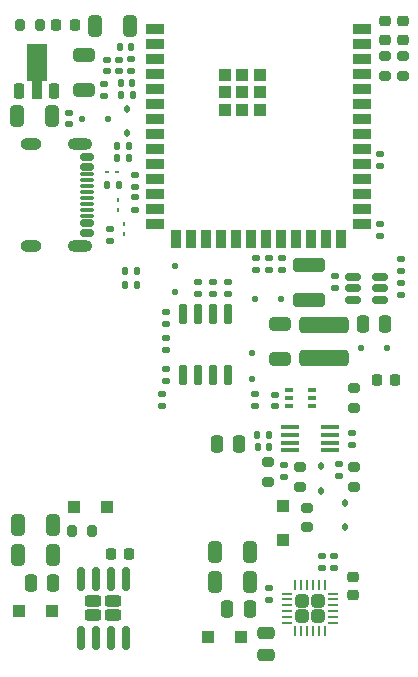
<source format=gbr>
%TF.GenerationSoftware,KiCad,Pcbnew,9.0.7-9.0.7~ubuntu24.04.1*%
%TF.CreationDate,2026-01-28T20:04:04+01:00*%
%TF.ProjectId,MCM-81339,4d434d2d-3831-4333-9339-2e6b69636164,rev?*%
%TF.SameCoordinates,Original*%
%TF.FileFunction,Paste,Top*%
%TF.FilePolarity,Positive*%
%FSLAX46Y46*%
G04 Gerber Fmt 4.6, Leading zero omitted, Abs format (unit mm)*
G04 Created by KiCad (PCBNEW 9.0.7-9.0.7~ubuntu24.04.1) date 2026-01-28 20:04:04*
%MOMM*%
%LPD*%
G01*
G04 APERTURE LIST*
G04 Aperture macros list*
%AMRoundRect*
0 Rectangle with rounded corners*
0 $1 Rounding radius*
0 $2 $3 $4 $5 $6 $7 $8 $9 X,Y pos of 4 corners*
0 Add a 4 corners polygon primitive as box body*
4,1,4,$2,$3,$4,$5,$6,$7,$8,$9,$2,$3,0*
0 Add four circle primitives for the rounded corners*
1,1,$1+$1,$2,$3*
1,1,$1+$1,$4,$5*
1,1,$1+$1,$6,$7*
1,1,$1+$1,$8,$9*
0 Add four rect primitives between the rounded corners*
20,1,$1+$1,$2,$3,$4,$5,0*
20,1,$1+$1,$4,$5,$6,$7,0*
20,1,$1+$1,$6,$7,$8,$9,0*
20,1,$1+$1,$8,$9,$2,$3,0*%
%AMFreePoly0*
4,1,9,3.862500,-0.866500,0.737500,-0.866500,0.737500,-0.450000,-0.737500,-0.450000,-0.737500,0.450000,0.737500,0.450000,0.737500,0.866500,3.862500,0.866500,3.862500,-0.866500,3.862500,-0.866500,$1*%
G04 Aperture macros list end*
%ADD10RoundRect,0.140000X-0.170000X0.140000X-0.170000X-0.140000X0.170000X-0.140000X0.170000X0.140000X0*%
%ADD11RoundRect,0.250000X0.440000X-0.255000X0.440000X0.255000X-0.440000X0.255000X-0.440000X-0.255000X0*%
%ADD12RoundRect,0.150000X0.150000X-0.825000X0.150000X0.825000X-0.150000X0.825000X-0.150000X-0.825000X0*%
%ADD13RoundRect,0.112500X-0.112500X0.187500X-0.112500X-0.187500X0.112500X-0.187500X0.112500X0.187500X0*%
%ADD14RoundRect,0.135000X-0.185000X0.135000X-0.185000X-0.135000X0.185000X-0.135000X0.185000X0.135000X0*%
%ADD15RoundRect,0.250000X0.325000X0.650000X-0.325000X0.650000X-0.325000X-0.650000X0.325000X-0.650000X0*%
%ADD16RoundRect,0.200000X-0.275000X0.200000X-0.275000X-0.200000X0.275000X-0.200000X0.275000X0.200000X0*%
%ADD17RoundRect,0.250000X0.300000X0.300000X-0.300000X0.300000X-0.300000X-0.300000X0.300000X-0.300000X0*%
%ADD18RoundRect,0.250000X-0.475000X0.250000X-0.475000X-0.250000X0.475000X-0.250000X0.475000X0.250000X0*%
%ADD19RoundRect,0.218750X-0.256250X0.218750X-0.256250X-0.218750X0.256250X-0.218750X0.256250X0.218750X0*%
%ADD20RoundRect,0.218750X0.218750X0.256250X-0.218750X0.256250X-0.218750X-0.256250X0.218750X-0.256250X0*%
%ADD21RoundRect,0.135000X0.135000X0.185000X-0.135000X0.185000X-0.135000X-0.185000X0.135000X-0.185000X0*%
%ADD22RoundRect,0.250000X-0.300000X-0.300000X0.300000X-0.300000X0.300000X0.300000X-0.300000X0.300000X0*%
%ADD23RoundRect,0.135000X-0.135000X-0.185000X0.135000X-0.185000X0.135000X0.185000X-0.135000X0.185000X0*%
%ADD24RoundRect,0.125000X0.125000X0.125000X-0.125000X0.125000X-0.125000X-0.125000X0.125000X-0.125000X0*%
%ADD25RoundRect,0.140000X-0.140000X-0.170000X0.140000X-0.170000X0.140000X0.170000X-0.140000X0.170000X0*%
%ADD26RoundRect,0.250000X-0.250000X-0.475000X0.250000X-0.475000X0.250000X0.475000X-0.250000X0.475000X0*%
%ADD27RoundRect,0.135000X0.185000X-0.135000X0.185000X0.135000X-0.185000X0.135000X-0.185000X-0.135000X0*%
%ADD28RoundRect,0.140000X0.170000X-0.140000X0.170000X0.140000X-0.170000X0.140000X-0.170000X-0.140000X0*%
%ADD29RoundRect,0.140000X0.140000X0.170000X-0.140000X0.170000X-0.140000X-0.170000X0.140000X-0.170000X0*%
%ADD30RoundRect,0.225000X0.225000X-0.425000X0.225000X0.425000X-0.225000X0.425000X-0.225000X-0.425000X0*%
%ADD31FreePoly0,90.000000*%
%ADD32RoundRect,0.250000X0.300000X-0.300000X0.300000X0.300000X-0.300000X0.300000X-0.300000X-0.300000X0*%
%ADD33RoundRect,0.200000X0.200000X0.275000X-0.200000X0.275000X-0.200000X-0.275000X0.200000X-0.275000X0*%
%ADD34R,1.000000X1.000000*%
%ADD35R,1.500000X0.900000*%
%ADD36R,0.900000X1.500000*%
%ADD37RoundRect,0.150000X-0.425000X0.150000X-0.425000X-0.150000X0.425000X-0.150000X0.425000X0.150000X0*%
%ADD38RoundRect,0.075000X-0.500000X0.075000X-0.500000X-0.075000X0.500000X-0.075000X0.500000X0.075000X0*%
%ADD39O,2.100000X1.000000*%
%ADD40O,1.800000X1.000000*%
%ADD41RoundRect,0.125000X-0.125000X0.125000X-0.125000X-0.125000X0.125000X-0.125000X0.125000X0.125000X0*%
%ADD42RoundRect,0.250000X0.315000X-0.315000X0.315000X0.315000X-0.315000X0.315000X-0.315000X-0.315000X0*%
%ADD43RoundRect,0.062500X0.062500X-0.350000X0.062500X0.350000X-0.062500X0.350000X-0.062500X-0.350000X0*%
%ADD44RoundRect,0.062500X0.350000X-0.062500X0.350000X0.062500X-0.350000X0.062500X-0.350000X-0.062500X0*%
%ADD45RoundRect,0.112500X0.112500X-0.187500X0.112500X0.187500X-0.112500X0.187500X-0.112500X-0.187500X0*%
%ADD46RoundRect,0.125000X0.125000X-0.125000X0.125000X0.125000X-0.125000X0.125000X-0.125000X-0.125000X0*%
%ADD47RoundRect,0.125000X-0.125000X-0.125000X0.125000X-0.125000X0.125000X0.125000X-0.125000X0.125000X0*%
%ADD48RoundRect,0.250000X0.250000X0.475000X-0.250000X0.475000X-0.250000X-0.475000X0.250000X-0.475000X0*%
%ADD49RoundRect,0.150000X-0.150000X0.725000X-0.150000X-0.725000X0.150000X-0.725000X0.150000X0.725000X0*%
%ADD50RoundRect,0.225000X-0.225000X-0.250000X0.225000X-0.250000X0.225000X0.250000X-0.225000X0.250000X0*%
%ADD51RoundRect,0.062500X0.117500X0.062500X-0.117500X0.062500X-0.117500X-0.062500X0.117500X-0.062500X0*%
%ADD52RoundRect,0.250000X0.650000X-0.325000X0.650000X0.325000X-0.650000X0.325000X-0.650000X-0.325000X0*%
%ADD53RoundRect,0.100000X-0.225000X-0.100000X0.225000X-0.100000X0.225000X0.100000X-0.225000X0.100000X0*%
%ADD54RoundRect,0.225000X0.250000X-0.225000X0.250000X0.225000X-0.250000X0.225000X-0.250000X-0.225000X0*%
%ADD55RoundRect,0.062500X0.062500X-0.117500X0.062500X0.117500X-0.062500X0.117500X-0.062500X-0.117500X0*%
%ADD56RoundRect,0.350000X-1.750000X-0.350000X1.750000X-0.350000X1.750000X0.350000X-1.750000X0.350000X0*%
%ADD57RoundRect,0.062500X-0.062500X0.117500X-0.062500X-0.117500X0.062500X-0.117500X0.062500X0.117500X0*%
%ADD58RoundRect,0.150000X0.512500X0.150000X-0.512500X0.150000X-0.512500X-0.150000X0.512500X-0.150000X0*%
%ADD59R,1.600000X0.300000*%
%ADD60RoundRect,0.250000X1.100000X-0.325000X1.100000X0.325000X-1.100000X0.325000X-1.100000X-0.325000X0*%
G04 APERTURE END LIST*
D10*
%TO.C,C8*%
X90850000Y-80195000D03*
X90850000Y-81155000D03*
%TD*%
D11*
%TO.C,U8*%
X68925000Y-95600000D03*
X70575000Y-95600000D03*
X68925000Y-94400000D03*
X70575000Y-94400000D03*
D12*
X67845000Y-97475000D03*
X69115000Y-97475000D03*
X70385000Y-97475000D03*
X71655000Y-97475000D03*
X71655000Y-92525000D03*
X70385000Y-92525000D03*
X69115000Y-92525000D03*
X67845000Y-92525000D03*
%TD*%
D13*
%TO.C,D4*%
X71729600Y-52696400D03*
X71729600Y-54796400D03*
%TD*%
D14*
%TO.C,R4*%
X94996000Y-67490000D03*
X94996000Y-68510000D03*
%TD*%
D15*
%TO.C,C21*%
X82150000Y-90200000D03*
X79200000Y-90200000D03*
%TD*%
D16*
%TO.C,R18*%
X83667600Y-82625000D03*
X83667600Y-84275000D03*
%TD*%
D17*
%TO.C,D17*%
X65450000Y-95250000D03*
X62650000Y-95250000D03*
%TD*%
D18*
%TO.C,C23*%
X83500000Y-97050000D03*
X83500000Y-98950000D03*
%TD*%
D19*
%TO.C,D10*%
X93573600Y-45312500D03*
X93573600Y-46887500D03*
%TD*%
D20*
%TO.C,D1*%
X67360900Y-45593000D03*
X65785900Y-45593000D03*
%TD*%
D14*
%TO.C,R3*%
X93167200Y-56538400D03*
X93167200Y-57558400D03*
%TD*%
D21*
%TO.C,R24*%
X72610000Y-67600000D03*
X71590000Y-67600000D03*
%TD*%
D22*
%TO.C,D15*%
X67250000Y-86450000D03*
X70050000Y-86450000D03*
%TD*%
D16*
%TO.C,R30*%
X91025000Y-83050000D03*
X91025000Y-84700000D03*
%TD*%
D14*
%TO.C,R27*%
X72425000Y-60215000D03*
X72425000Y-61235000D03*
%TD*%
D16*
%TO.C,R29*%
X87000000Y-86475000D03*
X87000000Y-88125000D03*
%TD*%
D23*
%TO.C,R20*%
X82808000Y-80340000D03*
X83828000Y-80340000D03*
%TD*%
D24*
%TO.C,D9*%
X84800000Y-68850000D03*
X82600000Y-68850000D03*
%TD*%
D23*
%TO.C,R41*%
X70040000Y-59175000D03*
X71060000Y-59175000D03*
%TD*%
D25*
%TO.C,C4*%
X70945000Y-55880000D03*
X71905000Y-55880000D03*
%TD*%
D26*
%TO.C,C18*%
X79350000Y-81100000D03*
X81250000Y-81100000D03*
%TD*%
D27*
%TO.C,R16*%
X89700000Y-83835000D03*
X89700000Y-82815000D03*
%TD*%
D14*
%TO.C,R13*%
X93167200Y-62482000D03*
X93167200Y-63502000D03*
%TD*%
D28*
%TO.C,C17*%
X70104000Y-49502000D03*
X70104000Y-48542000D03*
%TD*%
D23*
%TO.C,R25*%
X71590000Y-66450000D03*
X72610000Y-66450000D03*
%TD*%
D29*
%TO.C,C13*%
X72108000Y-47490000D03*
X71148000Y-47490000D03*
%TD*%
D30*
%TO.C,U1*%
X62609600Y-51175200D03*
D31*
X64109600Y-51087700D03*
D30*
X65609600Y-51175200D03*
%TD*%
D27*
%TO.C,R22*%
X74701400Y-77853000D03*
X74701400Y-76833000D03*
%TD*%
D32*
%TO.C,D14*%
X85000000Y-89175000D03*
X85000000Y-86375000D03*
%TD*%
D33*
%TO.C,R1*%
X64375800Y-45600000D03*
X62725800Y-45600000D03*
%TD*%
D34*
%TO.C,U5*%
X80040000Y-49808000D03*
X80040000Y-51308000D03*
X80040000Y-52808000D03*
X81540000Y-49808000D03*
X81540000Y-51308000D03*
X81540000Y-52808000D03*
X83040000Y-49808000D03*
X83040000Y-51308000D03*
X83040000Y-52808000D03*
D35*
X74150000Y-45958000D03*
X74150000Y-47228000D03*
X74150000Y-48498000D03*
X74150000Y-49768000D03*
X74150000Y-51038000D03*
X74150000Y-52308000D03*
X74150000Y-53578000D03*
X74150000Y-54848000D03*
X74150000Y-56118000D03*
X74150000Y-57388000D03*
X74150000Y-58658000D03*
X74150000Y-59928000D03*
X74150000Y-61198000D03*
X74150000Y-62468000D03*
D36*
X75915000Y-63718000D03*
X77185000Y-63718000D03*
X78455000Y-63718000D03*
X79725000Y-63718000D03*
X80995000Y-63718000D03*
X82265000Y-63718000D03*
X83535000Y-63718000D03*
X84805000Y-63718000D03*
X86075000Y-63718000D03*
X87345000Y-63718000D03*
X88615000Y-63718000D03*
X89885000Y-63718000D03*
D35*
X91650000Y-62468000D03*
X91650000Y-61198000D03*
X91650000Y-59928000D03*
X91650000Y-58658000D03*
X91650000Y-57388000D03*
X91650000Y-56118000D03*
X91650000Y-54848000D03*
X91650000Y-53578000D03*
X91650000Y-52308000D03*
X91650000Y-51038000D03*
X91650000Y-49768000D03*
X91650000Y-48498000D03*
X91650000Y-47228000D03*
X91650000Y-45958000D03*
%TD*%
D14*
%TO.C,R11*%
X72136000Y-48512000D03*
X72136000Y-49532000D03*
%TD*%
D37*
%TO.C,J5*%
X68380000Y-56800000D03*
X68380000Y-57600000D03*
D38*
X68380000Y-58750000D03*
X68380000Y-59750000D03*
X68380000Y-60250000D03*
X68380000Y-61250000D03*
D37*
X68380000Y-62400000D03*
X68380000Y-63200000D03*
X68380000Y-63200000D03*
X68380000Y-62400000D03*
D38*
X68380000Y-61750000D03*
X68380000Y-60750000D03*
X68380000Y-59250000D03*
X68380000Y-58250000D03*
D37*
X68380000Y-57600000D03*
X68380000Y-56800000D03*
D39*
X67805000Y-55680000D03*
D40*
X63625000Y-55680000D03*
D39*
X67805000Y-64320000D03*
D40*
X63625000Y-64320000D03*
%TD*%
D41*
%TO.C,D5*%
X75800000Y-66050000D03*
X75800000Y-68250000D03*
%TD*%
D42*
%TO.C,U7*%
X86600000Y-95650000D03*
X87900000Y-95650000D03*
X86600000Y-94350000D03*
X87900000Y-94350000D03*
D43*
X86000000Y-96937500D03*
X86500000Y-96937500D03*
X87000000Y-96937500D03*
X87500000Y-96937500D03*
X88000000Y-96937500D03*
X88500000Y-96937500D03*
D44*
X89187500Y-96250000D03*
X89187500Y-95750000D03*
X89187500Y-95250000D03*
X89187500Y-94750000D03*
X89187500Y-94250000D03*
X89187500Y-93750000D03*
D43*
X88500000Y-93062500D03*
X88000000Y-93062500D03*
X87500000Y-93062500D03*
X87000000Y-93062500D03*
X86500000Y-93062500D03*
X86000000Y-93062500D03*
D44*
X85312500Y-93750000D03*
X85312500Y-94250000D03*
X85312500Y-94750000D03*
X85312500Y-95250000D03*
X85312500Y-95750000D03*
X85312500Y-96250000D03*
%TD*%
D29*
%TO.C,C5*%
X83798000Y-81356000D03*
X82838000Y-81356000D03*
%TD*%
D14*
%TO.C,R35*%
X88250000Y-90565000D03*
X88250000Y-91585000D03*
%TD*%
D45*
%TO.C,D19*%
X88150000Y-85050000D03*
X88150000Y-82950000D03*
%TD*%
D15*
%TO.C,C15*%
X71985400Y-45720000D03*
X69035400Y-45720000D03*
%TD*%
D16*
%TO.C,R17*%
X95100000Y-48260000D03*
X95100000Y-49910000D03*
%TD*%
D14*
%TO.C,R10*%
X75031600Y-72085200D03*
X75031600Y-73105200D03*
%TD*%
%TO.C,R33*%
X83800000Y-65340000D03*
X83800000Y-66360000D03*
%TD*%
D17*
%TO.C,D16*%
X81400000Y-97450000D03*
X78600000Y-97450000D03*
%TD*%
D14*
%TO.C,R21*%
X82600000Y-76890000D03*
X82600000Y-77910000D03*
%TD*%
D46*
%TO.C,D3*%
X82372200Y-75572800D03*
X82372200Y-73372800D03*
%TD*%
D14*
%TO.C,R32*%
X82700000Y-65340000D03*
X82700000Y-66360000D03*
%TD*%
D16*
%TO.C,R28*%
X86375000Y-83050000D03*
X86375000Y-84700000D03*
%TD*%
D14*
%TO.C,R8*%
X79044800Y-67331400D03*
X79044800Y-68351400D03*
%TD*%
D27*
%TO.C,R15*%
X85025000Y-83860000D03*
X85025000Y-82840000D03*
%TD*%
D47*
%TO.C,D2*%
X91610000Y-73001200D03*
X93810000Y-73001200D03*
%TD*%
D28*
%TO.C,C2*%
X69850000Y-51584800D03*
X69850000Y-50624800D03*
%TD*%
D25*
%TO.C,C11*%
X70945000Y-56896000D03*
X71905000Y-56896000D03*
%TD*%
D27*
%TO.C,R23*%
X75031600Y-75770200D03*
X75031600Y-74750200D03*
%TD*%
D14*
%TO.C,R5*%
X94996000Y-65390000D03*
X94996000Y-66410000D03*
%TD*%
D48*
%TO.C,C7*%
X93650000Y-70900000D03*
X91750000Y-70900000D03*
%TD*%
D49*
%TO.C,U4*%
X80289400Y-70094400D03*
X79019400Y-70094400D03*
X77749400Y-70094400D03*
X76479400Y-70094400D03*
X76479400Y-75244400D03*
X77749400Y-75244400D03*
X79019400Y-75244400D03*
X80289400Y-75244400D03*
%TD*%
D50*
%TO.C,C27*%
X70370400Y-90398600D03*
X71920400Y-90398600D03*
%TD*%
D19*
%TO.C,D7*%
X95100000Y-45312500D03*
X95100000Y-46887500D03*
%TD*%
D14*
%TO.C,R7*%
X80294800Y-67331400D03*
X80294800Y-68351400D03*
%TD*%
%TO.C,R9*%
X75031600Y-69898298D03*
X75031600Y-70918298D03*
%TD*%
D15*
%TO.C,C9*%
X65381400Y-53340000D03*
X62431400Y-53340000D03*
%TD*%
D51*
%TO.C,D13*%
X70077500Y-58100000D03*
X70917500Y-58100000D03*
%TD*%
D52*
%TO.C,C3*%
X68122800Y-51106600D03*
X68122800Y-48156600D03*
%TD*%
D10*
%TO.C,C6*%
X66852800Y-53063200D03*
X66852800Y-54023200D03*
%TD*%
D53*
%TO.C,U6*%
X85501400Y-76551000D03*
X85501400Y-77201000D03*
X85501400Y-77851000D03*
X87401400Y-77851000D03*
X87401400Y-77201000D03*
X87401400Y-76551000D03*
%TD*%
D14*
%TO.C,R12*%
X77744800Y-67344298D03*
X77744800Y-68364298D03*
%TD*%
D21*
%TO.C,R6*%
X72239600Y-51562000D03*
X71219600Y-51562000D03*
%TD*%
D14*
%TO.C,R34*%
X84900000Y-65340000D03*
X84900000Y-66360000D03*
%TD*%
D54*
%TO.C,C22*%
X90900000Y-93875000D03*
X90900000Y-92325000D03*
%TD*%
D55*
%TO.C,D11*%
X71525000Y-62430000D03*
X71525000Y-63270000D03*
%TD*%
D16*
%TO.C,R19*%
X93573600Y-48260000D03*
X93573600Y-49910000D03*
%TD*%
D15*
%TO.C,C20*%
X65475000Y-87975000D03*
X62525000Y-87975000D03*
%TD*%
D56*
%TO.C,L1*%
X88417400Y-71000000D03*
X88417400Y-73800000D03*
%TD*%
D29*
%TO.C,C12*%
X72209600Y-50546000D03*
X71249600Y-50546000D03*
%TD*%
D57*
%TO.C,D12*%
X70993000Y-61278400D03*
X70993000Y-60438400D03*
%TD*%
D20*
%TO.C,D6*%
X94467500Y-75630000D03*
X92892500Y-75630000D03*
%TD*%
D28*
%TO.C,C25*%
X83800000Y-94280000D03*
X83800000Y-93320000D03*
%TD*%
D14*
%TO.C,R2*%
X89408000Y-66903200D03*
X89408000Y-67923200D03*
%TD*%
D58*
%TO.C,U2*%
X93212500Y-68871200D03*
X93212500Y-67921200D03*
X93212500Y-66971200D03*
X90937500Y-66971200D03*
X90937500Y-67921200D03*
X90937500Y-68871200D03*
%TD*%
D13*
%TO.C,D18*%
X90250000Y-86050000D03*
X90250000Y-88150000D03*
%TD*%
D52*
%TO.C,C10*%
X84709000Y-73865000D03*
X84709000Y-70915000D03*
%TD*%
D48*
%TO.C,C28*%
X65516800Y-92900000D03*
X63616800Y-92900000D03*
%TD*%
D33*
%TO.C,R31*%
X68775000Y-88450000D03*
X67125000Y-88450000D03*
%TD*%
D15*
%TO.C,C19*%
X82150000Y-92750000D03*
X79200000Y-92750000D03*
%TD*%
D59*
%TO.C,U3*%
X88927000Y-81625000D03*
X88927000Y-80975000D03*
X88927000Y-80325000D03*
X88927000Y-79675000D03*
X85527000Y-79675000D03*
X85527000Y-80325000D03*
X85527000Y-80975000D03*
X85527000Y-81625000D03*
%TD*%
D28*
%TO.C,C29*%
X89300000Y-91555000D03*
X89300000Y-90595000D03*
%TD*%
D14*
%TO.C,R26*%
X72425000Y-58290000D03*
X72425000Y-59310000D03*
%TD*%
D10*
%TO.C,C16*%
X71120000Y-48542000D03*
X71120000Y-49502000D03*
%TD*%
%TO.C,C14*%
X84301400Y-76921000D03*
X84301400Y-77881000D03*
%TD*%
D14*
%TO.C,R42*%
X70300000Y-62915000D03*
X70300000Y-63935000D03*
%TD*%
D47*
%TO.C,D8*%
X67937200Y-53543200D03*
X70137200Y-53543200D03*
%TD*%
D16*
%TO.C,R14*%
X90960000Y-76355000D03*
X90960000Y-78005000D03*
%TD*%
D60*
%TO.C,C1*%
X87200000Y-68875000D03*
X87200000Y-65925000D03*
%TD*%
D48*
%TO.C,C24*%
X82150000Y-95100000D03*
X80250000Y-95100000D03*
%TD*%
D15*
%TO.C,C26*%
X65475000Y-90500000D03*
X62525000Y-90500000D03*
%TD*%
M02*

</source>
